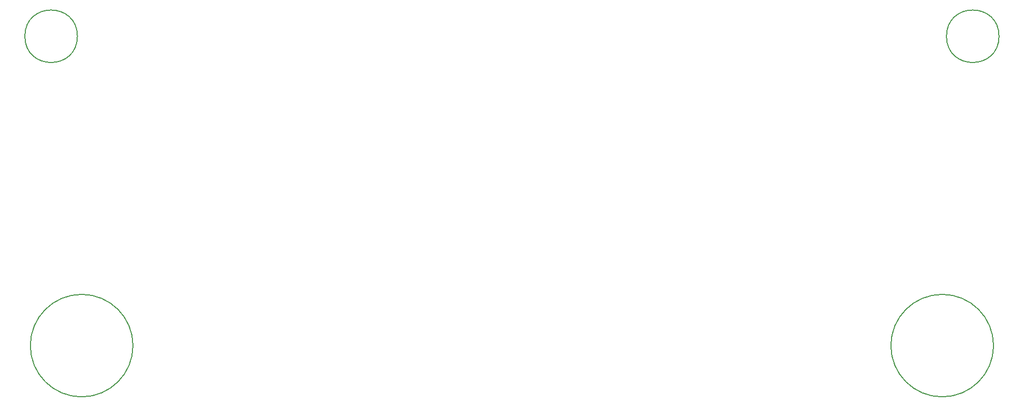
<source format=gbr>
%TF.GenerationSoftware,KiCad,Pcbnew,(6.0.9)*%
%TF.CreationDate,2023-01-21T08:26:38-09:00*%
%TF.ProjectId,DDI,4444492e-6b69-4636-9164-5f7063625858,rev?*%
%TF.SameCoordinates,Original*%
%TF.FileFunction,Other,Comment*%
%FSLAX46Y46*%
G04 Gerber Fmt 4.6, Leading zero omitted, Abs format (unit mm)*
G04 Created by KiCad (PCBNEW (6.0.9)) date 2023-01-21 08:26:38*
%MOMM*%
%LPD*%
G01*
G04 APERTURE LIST*
%ADD10C,0.150000*%
G04 APERTURE END LIST*
D10*
%TO.C,MK6*%
X158797285Y-104650554D02*
G75*
G03*
X158797285Y-104650554I-4300000J0D01*
G01*
%TO.C,MK3*%
X7991127Y-104650554D02*
G75*
G03*
X7991127Y-104650554I-4300000J0D01*
G01*
%TO.C,SWE3*%
X157899831Y-155361654D02*
G75*
G03*
X157899831Y-155361654I-8400000J0D01*
G01*
%TO.C,SWE2*%
X17088581Y-155361654D02*
G75*
G03*
X17088581Y-155361654I-8400000J0D01*
G01*
%TD*%
M02*

</source>
